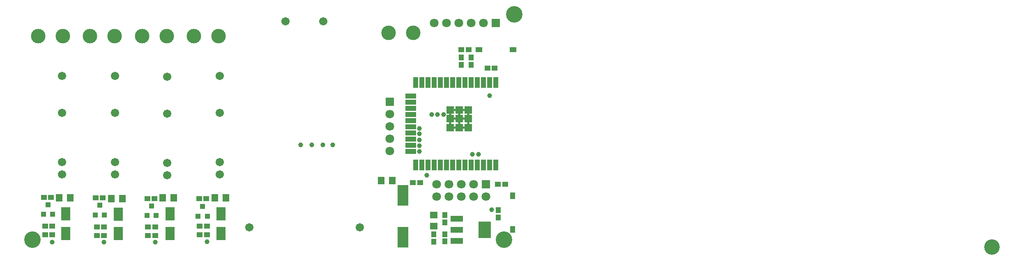
<source format=gts>
G04*
G04 #@! TF.GenerationSoftware,Altium Limited,Altium Designer,18.0.7 (293)*
G04*
G04 Layer_Color=8388736*
%FSLAX24Y24*%
%MOIN*%
G70*
G01*
G75*
%ADD33R,0.0604X0.0604*%
%ADD34R,0.0434X0.0867*%
%ADD35R,0.0867X0.0434*%
%ADD36R,0.0552X0.0395*%
%ADD37R,0.0454X0.0434*%
%ADD38R,0.0395X0.0434*%
%ADD39R,0.0749X0.1064*%
%ADD40R,0.0580X0.0630*%
%ADD41R,0.0434X0.0454*%
%ADD42R,0.0630X0.0580*%
%ADD43R,0.0395X0.0552*%
%ADD44R,0.1025X0.1379*%
%ADD45R,0.1025X0.0474*%
%ADD46R,0.0867X0.1694*%
%ADD47C,0.1180*%
%ADD48C,0.0198*%
%ADD49C,0.0671*%
%ADD50R,0.0710X0.0710*%
%ADD51C,0.0710*%
%ADD52C,0.1340*%
%ADD53C,0.1261*%
%ADD54R,0.0710X0.0710*%
%ADD55C,0.0395*%
D33*
X44700Y20000D02*
D03*
Y20722D02*
D03*
Y21445D02*
D03*
X45422Y20000D02*
D03*
Y20722D02*
D03*
Y21445D02*
D03*
X46145Y20000D02*
D03*
Y20722D02*
D03*
Y21445D02*
D03*
D34*
X48375Y16982D02*
D03*
X47875D02*
D03*
X47375D02*
D03*
X46875D02*
D03*
X46375D02*
D03*
X45875D02*
D03*
X45375D02*
D03*
X44875D02*
D03*
X44375D02*
D03*
X43875D02*
D03*
X43375D02*
D03*
X42875D02*
D03*
X42375D02*
D03*
X41875D02*
D03*
Y23675D02*
D03*
X42375D02*
D03*
X42875D02*
D03*
X43375D02*
D03*
X43875D02*
D03*
X44375D02*
D03*
X44875D02*
D03*
X45375D02*
D03*
X45875D02*
D03*
X46375D02*
D03*
X46875D02*
D03*
X47375D02*
D03*
X47875D02*
D03*
X48375D02*
D03*
D35*
X41481Y18079D02*
D03*
Y18579D02*
D03*
Y19079D02*
D03*
Y19579D02*
D03*
Y20079D02*
D03*
Y20579D02*
D03*
Y21079D02*
D03*
Y21579D02*
D03*
Y22079D02*
D03*
Y22579D02*
D03*
D36*
X49778Y26350D02*
D03*
X47022D02*
D03*
D37*
X12295Y14350D02*
D03*
X11705D02*
D03*
X12395Y12000D02*
D03*
X11805D02*
D03*
Y11300D02*
D03*
X12395D02*
D03*
X16495Y14300D02*
D03*
X15905D02*
D03*
X16595Y11950D02*
D03*
X16005D02*
D03*
Y11250D02*
D03*
X16595D02*
D03*
X20695Y14250D02*
D03*
X20105D02*
D03*
X20745Y11950D02*
D03*
X20155D02*
D03*
X20150Y11250D02*
D03*
X20741D02*
D03*
X24900Y14250D02*
D03*
X24309D02*
D03*
X24950Y12000D02*
D03*
X24359D02*
D03*
Y11300D02*
D03*
X24950D02*
D03*
X49145Y15400D02*
D03*
X48555D02*
D03*
X42241Y15550D02*
D03*
X41650D02*
D03*
X48295Y24850D02*
D03*
X47705D02*
D03*
X45580Y26350D02*
D03*
X46170D02*
D03*
D38*
X12050Y13744D02*
D03*
X11676Y12956D02*
D03*
X12424D02*
D03*
X16250Y13694D02*
D03*
X15876Y12906D02*
D03*
X16624D02*
D03*
X20450Y13650D02*
D03*
X20076Y12863D02*
D03*
X20824D02*
D03*
X24600Y13594D02*
D03*
X24226Y12806D02*
D03*
X24974D02*
D03*
D39*
X13500Y12987D02*
D03*
Y11413D02*
D03*
X17750Y12975D02*
D03*
Y11400D02*
D03*
X21950Y12987D02*
D03*
Y11413D02*
D03*
X26100Y12987D02*
D03*
Y11413D02*
D03*
D40*
X13850Y14300D02*
D03*
X12950D02*
D03*
X18100Y14250D02*
D03*
X17200D02*
D03*
X22250Y14300D02*
D03*
X21350D02*
D03*
X26500D02*
D03*
X25600D02*
D03*
X39100Y15700D02*
D03*
X40000D02*
D03*
D41*
X43350Y11341D02*
D03*
Y10750D02*
D03*
X44250Y12305D02*
D03*
Y12895D02*
D03*
X48600Y13291D02*
D03*
Y12700D02*
D03*
X44250Y10755D02*
D03*
Y11345D02*
D03*
X46400Y25109D02*
D03*
Y25700D02*
D03*
X45600Y25105D02*
D03*
Y25695D02*
D03*
D42*
X43350Y12906D02*
D03*
Y12006D02*
D03*
D43*
X49750Y14478D02*
D03*
Y11722D02*
D03*
D44*
X47492Y11700D02*
D03*
D45*
X45208Y10794D02*
D03*
Y11700D02*
D03*
Y12606D02*
D03*
D46*
X40850Y11094D02*
D03*
Y14519D02*
D03*
D47*
X15450Y27450D02*
D03*
X17450D02*
D03*
X41700Y27700D02*
D03*
X39700D02*
D03*
X25900Y27450D02*
D03*
X23900D02*
D03*
X13250D02*
D03*
X11250D02*
D03*
X21700D02*
D03*
X19700D02*
D03*
D48*
X44700Y20361D02*
D03*
Y21084D02*
D03*
X45061Y20000D02*
D03*
Y20722D02*
D03*
Y21445D02*
D03*
X45422Y20361D02*
D03*
Y21084D02*
D03*
X45784Y20000D02*
D03*
Y20722D02*
D03*
Y21445D02*
D03*
X46145Y20361D02*
D03*
Y21084D02*
D03*
D49*
X13178Y16200D02*
D03*
Y17200D02*
D03*
Y21200D02*
D03*
Y24200D02*
D03*
X21728Y16150D02*
D03*
Y17150D02*
D03*
Y21150D02*
D03*
Y24150D02*
D03*
X17478Y16200D02*
D03*
Y17200D02*
D03*
Y21200D02*
D03*
Y24200D02*
D03*
X25978Y16200D02*
D03*
Y17200D02*
D03*
Y21200D02*
D03*
Y24200D02*
D03*
X34397Y28632D02*
D03*
X31326D02*
D03*
X37350Y11900D02*
D03*
X28374D02*
D03*
D50*
X47600Y15400D02*
D03*
X48400Y28500D02*
D03*
D51*
X46600Y15400D02*
D03*
X45600D02*
D03*
X44600D02*
D03*
X43600D02*
D03*
Y14400D02*
D03*
X44600D02*
D03*
X45600D02*
D03*
X46600D02*
D03*
X47600D02*
D03*
X39800Y18100D02*
D03*
Y19100D02*
D03*
Y20100D02*
D03*
Y21100D02*
D03*
X47400Y28500D02*
D03*
X46400D02*
D03*
X45400D02*
D03*
X44400D02*
D03*
X43400D02*
D03*
D52*
X49900Y29200D02*
D03*
X10800Y10900D02*
D03*
X49050D02*
D03*
D53*
X88650Y10305D02*
D03*
D54*
X39800Y22100D02*
D03*
D55*
X33450Y18593D02*
D03*
X35150D02*
D03*
X32550D02*
D03*
X47875Y22600D02*
D03*
X48050Y13336D02*
D03*
X47000Y17850D02*
D03*
X46500D02*
D03*
X43200Y21084D02*
D03*
X43650D02*
D03*
X44150D02*
D03*
X42200Y18079D02*
D03*
Y18550D02*
D03*
Y19000D02*
D03*
Y19500D02*
D03*
Y19950D02*
D03*
X42800Y16150D02*
D03*
X24950Y10750D02*
D03*
X34350Y18600D02*
D03*
X12400Y10700D02*
D03*
X16600D02*
D03*
X20750D02*
D03*
M02*

</source>
